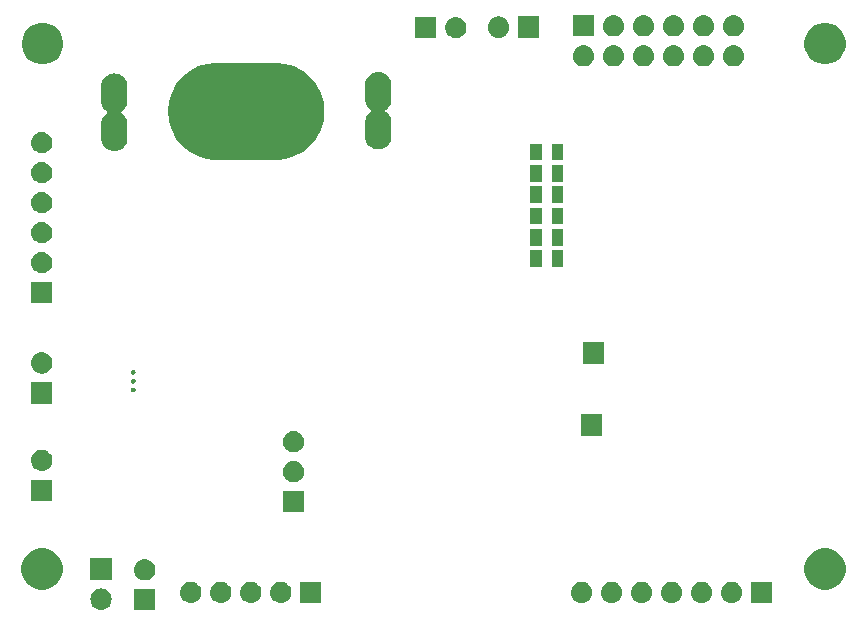
<source format=gbr>
G04 #@! TF.GenerationSoftware,KiCad,Pcbnew,(5.0.1-3-g963ef8bb5)*
G04 #@! TF.CreationDate,2019-05-10T17:55:58-07:00*
G04 #@! TF.ProjectId,ME203_Project,4D453230335F50726F6A6563742E6B69,rev?*
G04 #@! TF.SameCoordinates,Original*
G04 #@! TF.FileFunction,Soldermask,Bot*
G04 #@! TF.FilePolarity,Negative*
%FSLAX46Y46*%
G04 Gerber Fmt 4.6, Leading zero omitted, Abs format (unit mm)*
G04 Created by KiCad (PCBNEW (5.0.1-3-g963ef8bb5)) date Friday, May 10, 2019 at 05:55:58 PM*
%MOMM*%
%LPD*%
G01*
G04 APERTURE LIST*
%ADD10C,0.100000*%
G04 APERTURE END LIST*
D10*
G36*
X87301000Y-87001000D02*
X85499000Y-87001000D01*
X85499000Y-85199000D01*
X87301000Y-85199000D01*
X87301000Y-87001000D01*
X87301000Y-87001000D01*
G37*
G36*
X82810442Y-85145518D02*
X82876627Y-85152037D01*
X82986109Y-85185248D01*
X83046467Y-85203557D01*
X83177082Y-85273373D01*
X83202991Y-85287222D01*
X83238729Y-85316552D01*
X83340186Y-85399814D01*
X83423448Y-85501271D01*
X83452778Y-85537009D01*
X83452779Y-85537011D01*
X83536443Y-85693533D01*
X83536443Y-85693534D01*
X83587963Y-85863373D01*
X83605359Y-86040000D01*
X83587963Y-86216627D01*
X83553616Y-86329853D01*
X83536443Y-86386467D01*
X83462348Y-86525087D01*
X83452778Y-86542991D01*
X83423448Y-86578729D01*
X83340186Y-86680186D01*
X83238729Y-86763448D01*
X83202991Y-86792778D01*
X83202989Y-86792779D01*
X83046467Y-86876443D01*
X82989853Y-86893616D01*
X82876627Y-86927963D01*
X82810442Y-86934482D01*
X82744260Y-86941000D01*
X82655740Y-86941000D01*
X82589558Y-86934482D01*
X82523373Y-86927963D01*
X82410147Y-86893616D01*
X82353533Y-86876443D01*
X82197011Y-86792779D01*
X82197009Y-86792778D01*
X82161271Y-86763448D01*
X82059814Y-86680186D01*
X81976552Y-86578729D01*
X81947222Y-86542991D01*
X81937652Y-86525087D01*
X81863557Y-86386467D01*
X81846384Y-86329853D01*
X81812037Y-86216627D01*
X81794641Y-86040000D01*
X81812037Y-85863373D01*
X81863557Y-85693534D01*
X81863557Y-85693533D01*
X81947221Y-85537011D01*
X81947222Y-85537009D01*
X81976552Y-85501271D01*
X82059814Y-85399814D01*
X82161271Y-85316552D01*
X82197009Y-85287222D01*
X82222918Y-85273373D01*
X82353533Y-85203557D01*
X82413891Y-85185248D01*
X82523373Y-85152037D01*
X82589558Y-85145518D01*
X82655740Y-85139000D01*
X82744260Y-85139000D01*
X82810442Y-85145518D01*
X82810442Y-85145518D01*
G37*
G36*
X139531000Y-86351000D02*
X137729000Y-86351000D01*
X137729000Y-84549000D01*
X139531000Y-84549000D01*
X139531000Y-86351000D01*
X139531000Y-86351000D01*
G37*
G36*
X136200442Y-84555518D02*
X136266627Y-84562037D01*
X136379853Y-84596384D01*
X136436467Y-84613557D01*
X136575087Y-84687652D01*
X136592991Y-84697222D01*
X136628729Y-84726552D01*
X136730186Y-84809814D01*
X136813448Y-84911271D01*
X136842778Y-84947009D01*
X136842779Y-84947011D01*
X136926443Y-85103533D01*
X136941156Y-85152037D01*
X136977963Y-85273373D01*
X136995359Y-85450000D01*
X136977963Y-85626627D01*
X136957667Y-85693533D01*
X136926443Y-85796467D01*
X136890680Y-85863373D01*
X136842778Y-85952991D01*
X136813448Y-85988729D01*
X136730186Y-86090186D01*
X136628729Y-86173448D01*
X136592991Y-86202778D01*
X136592989Y-86202779D01*
X136436467Y-86286443D01*
X136379853Y-86303616D01*
X136266627Y-86337963D01*
X136200443Y-86344481D01*
X136134260Y-86351000D01*
X136045740Y-86351000D01*
X135979557Y-86344481D01*
X135913373Y-86337963D01*
X135800147Y-86303616D01*
X135743533Y-86286443D01*
X135587011Y-86202779D01*
X135587009Y-86202778D01*
X135551271Y-86173448D01*
X135449814Y-86090186D01*
X135366552Y-85988729D01*
X135337222Y-85952991D01*
X135289320Y-85863373D01*
X135253557Y-85796467D01*
X135222333Y-85693533D01*
X135202037Y-85626627D01*
X135184641Y-85450000D01*
X135202037Y-85273373D01*
X135238844Y-85152037D01*
X135253557Y-85103533D01*
X135337221Y-84947011D01*
X135337222Y-84947009D01*
X135366552Y-84911271D01*
X135449814Y-84809814D01*
X135551271Y-84726552D01*
X135587009Y-84697222D01*
X135604913Y-84687652D01*
X135743533Y-84613557D01*
X135800147Y-84596384D01*
X135913373Y-84562037D01*
X135979558Y-84555518D01*
X136045740Y-84549000D01*
X136134260Y-84549000D01*
X136200442Y-84555518D01*
X136200442Y-84555518D01*
G37*
G36*
X133660442Y-84555518D02*
X133726627Y-84562037D01*
X133839853Y-84596384D01*
X133896467Y-84613557D01*
X134035087Y-84687652D01*
X134052991Y-84697222D01*
X134088729Y-84726552D01*
X134190186Y-84809814D01*
X134273448Y-84911271D01*
X134302778Y-84947009D01*
X134302779Y-84947011D01*
X134386443Y-85103533D01*
X134401156Y-85152037D01*
X134437963Y-85273373D01*
X134455359Y-85450000D01*
X134437963Y-85626627D01*
X134417667Y-85693533D01*
X134386443Y-85796467D01*
X134350680Y-85863373D01*
X134302778Y-85952991D01*
X134273448Y-85988729D01*
X134190186Y-86090186D01*
X134088729Y-86173448D01*
X134052991Y-86202778D01*
X134052989Y-86202779D01*
X133896467Y-86286443D01*
X133839853Y-86303616D01*
X133726627Y-86337963D01*
X133660443Y-86344481D01*
X133594260Y-86351000D01*
X133505740Y-86351000D01*
X133439557Y-86344481D01*
X133373373Y-86337963D01*
X133260147Y-86303616D01*
X133203533Y-86286443D01*
X133047011Y-86202779D01*
X133047009Y-86202778D01*
X133011271Y-86173448D01*
X132909814Y-86090186D01*
X132826552Y-85988729D01*
X132797222Y-85952991D01*
X132749320Y-85863373D01*
X132713557Y-85796467D01*
X132682333Y-85693533D01*
X132662037Y-85626627D01*
X132644641Y-85450000D01*
X132662037Y-85273373D01*
X132698844Y-85152037D01*
X132713557Y-85103533D01*
X132797221Y-84947011D01*
X132797222Y-84947009D01*
X132826552Y-84911271D01*
X132909814Y-84809814D01*
X133011271Y-84726552D01*
X133047009Y-84697222D01*
X133064913Y-84687652D01*
X133203533Y-84613557D01*
X133260147Y-84596384D01*
X133373373Y-84562037D01*
X133439558Y-84555518D01*
X133505740Y-84549000D01*
X133594260Y-84549000D01*
X133660442Y-84555518D01*
X133660442Y-84555518D01*
G37*
G36*
X131120442Y-84555518D02*
X131186627Y-84562037D01*
X131299853Y-84596384D01*
X131356467Y-84613557D01*
X131495087Y-84687652D01*
X131512991Y-84697222D01*
X131548729Y-84726552D01*
X131650186Y-84809814D01*
X131733448Y-84911271D01*
X131762778Y-84947009D01*
X131762779Y-84947011D01*
X131846443Y-85103533D01*
X131861156Y-85152037D01*
X131897963Y-85273373D01*
X131915359Y-85450000D01*
X131897963Y-85626627D01*
X131877667Y-85693533D01*
X131846443Y-85796467D01*
X131810680Y-85863373D01*
X131762778Y-85952991D01*
X131733448Y-85988729D01*
X131650186Y-86090186D01*
X131548729Y-86173448D01*
X131512991Y-86202778D01*
X131512989Y-86202779D01*
X131356467Y-86286443D01*
X131299853Y-86303616D01*
X131186627Y-86337963D01*
X131120443Y-86344481D01*
X131054260Y-86351000D01*
X130965740Y-86351000D01*
X130899557Y-86344481D01*
X130833373Y-86337963D01*
X130720147Y-86303616D01*
X130663533Y-86286443D01*
X130507011Y-86202779D01*
X130507009Y-86202778D01*
X130471271Y-86173448D01*
X130369814Y-86090186D01*
X130286552Y-85988729D01*
X130257222Y-85952991D01*
X130209320Y-85863373D01*
X130173557Y-85796467D01*
X130142333Y-85693533D01*
X130122037Y-85626627D01*
X130104641Y-85450000D01*
X130122037Y-85273373D01*
X130158844Y-85152037D01*
X130173557Y-85103533D01*
X130257221Y-84947011D01*
X130257222Y-84947009D01*
X130286552Y-84911271D01*
X130369814Y-84809814D01*
X130471271Y-84726552D01*
X130507009Y-84697222D01*
X130524913Y-84687652D01*
X130663533Y-84613557D01*
X130720147Y-84596384D01*
X130833373Y-84562037D01*
X130899558Y-84555518D01*
X130965740Y-84549000D01*
X131054260Y-84549000D01*
X131120442Y-84555518D01*
X131120442Y-84555518D01*
G37*
G36*
X128580442Y-84555518D02*
X128646627Y-84562037D01*
X128759853Y-84596384D01*
X128816467Y-84613557D01*
X128955087Y-84687652D01*
X128972991Y-84697222D01*
X129008729Y-84726552D01*
X129110186Y-84809814D01*
X129193448Y-84911271D01*
X129222778Y-84947009D01*
X129222779Y-84947011D01*
X129306443Y-85103533D01*
X129321156Y-85152037D01*
X129357963Y-85273373D01*
X129375359Y-85450000D01*
X129357963Y-85626627D01*
X129337667Y-85693533D01*
X129306443Y-85796467D01*
X129270680Y-85863373D01*
X129222778Y-85952991D01*
X129193448Y-85988729D01*
X129110186Y-86090186D01*
X129008729Y-86173448D01*
X128972991Y-86202778D01*
X128972989Y-86202779D01*
X128816467Y-86286443D01*
X128759853Y-86303616D01*
X128646627Y-86337963D01*
X128580443Y-86344481D01*
X128514260Y-86351000D01*
X128425740Y-86351000D01*
X128359557Y-86344481D01*
X128293373Y-86337963D01*
X128180147Y-86303616D01*
X128123533Y-86286443D01*
X127967011Y-86202779D01*
X127967009Y-86202778D01*
X127931271Y-86173448D01*
X127829814Y-86090186D01*
X127746552Y-85988729D01*
X127717222Y-85952991D01*
X127669320Y-85863373D01*
X127633557Y-85796467D01*
X127602333Y-85693533D01*
X127582037Y-85626627D01*
X127564641Y-85450000D01*
X127582037Y-85273373D01*
X127618844Y-85152037D01*
X127633557Y-85103533D01*
X127717221Y-84947011D01*
X127717222Y-84947009D01*
X127746552Y-84911271D01*
X127829814Y-84809814D01*
X127931271Y-84726552D01*
X127967009Y-84697222D01*
X127984913Y-84687652D01*
X128123533Y-84613557D01*
X128180147Y-84596384D01*
X128293373Y-84562037D01*
X128359558Y-84555518D01*
X128425740Y-84549000D01*
X128514260Y-84549000D01*
X128580442Y-84555518D01*
X128580442Y-84555518D01*
G37*
G36*
X126040442Y-84555518D02*
X126106627Y-84562037D01*
X126219853Y-84596384D01*
X126276467Y-84613557D01*
X126415087Y-84687652D01*
X126432991Y-84697222D01*
X126468729Y-84726552D01*
X126570186Y-84809814D01*
X126653448Y-84911271D01*
X126682778Y-84947009D01*
X126682779Y-84947011D01*
X126766443Y-85103533D01*
X126781156Y-85152037D01*
X126817963Y-85273373D01*
X126835359Y-85450000D01*
X126817963Y-85626627D01*
X126797667Y-85693533D01*
X126766443Y-85796467D01*
X126730680Y-85863373D01*
X126682778Y-85952991D01*
X126653448Y-85988729D01*
X126570186Y-86090186D01*
X126468729Y-86173448D01*
X126432991Y-86202778D01*
X126432989Y-86202779D01*
X126276467Y-86286443D01*
X126219853Y-86303616D01*
X126106627Y-86337963D01*
X126040443Y-86344481D01*
X125974260Y-86351000D01*
X125885740Y-86351000D01*
X125819557Y-86344481D01*
X125753373Y-86337963D01*
X125640147Y-86303616D01*
X125583533Y-86286443D01*
X125427011Y-86202779D01*
X125427009Y-86202778D01*
X125391271Y-86173448D01*
X125289814Y-86090186D01*
X125206552Y-85988729D01*
X125177222Y-85952991D01*
X125129320Y-85863373D01*
X125093557Y-85796467D01*
X125062333Y-85693533D01*
X125042037Y-85626627D01*
X125024641Y-85450000D01*
X125042037Y-85273373D01*
X125078844Y-85152037D01*
X125093557Y-85103533D01*
X125177221Y-84947011D01*
X125177222Y-84947009D01*
X125206552Y-84911271D01*
X125289814Y-84809814D01*
X125391271Y-84726552D01*
X125427009Y-84697222D01*
X125444913Y-84687652D01*
X125583533Y-84613557D01*
X125640147Y-84596384D01*
X125753373Y-84562037D01*
X125819558Y-84555518D01*
X125885740Y-84549000D01*
X125974260Y-84549000D01*
X126040442Y-84555518D01*
X126040442Y-84555518D01*
G37*
G36*
X123500442Y-84555518D02*
X123566627Y-84562037D01*
X123679853Y-84596384D01*
X123736467Y-84613557D01*
X123875087Y-84687652D01*
X123892991Y-84697222D01*
X123928729Y-84726552D01*
X124030186Y-84809814D01*
X124113448Y-84911271D01*
X124142778Y-84947009D01*
X124142779Y-84947011D01*
X124226443Y-85103533D01*
X124241156Y-85152037D01*
X124277963Y-85273373D01*
X124295359Y-85450000D01*
X124277963Y-85626627D01*
X124257667Y-85693533D01*
X124226443Y-85796467D01*
X124190680Y-85863373D01*
X124142778Y-85952991D01*
X124113448Y-85988729D01*
X124030186Y-86090186D01*
X123928729Y-86173448D01*
X123892991Y-86202778D01*
X123892989Y-86202779D01*
X123736467Y-86286443D01*
X123679853Y-86303616D01*
X123566627Y-86337963D01*
X123500443Y-86344481D01*
X123434260Y-86351000D01*
X123345740Y-86351000D01*
X123279557Y-86344481D01*
X123213373Y-86337963D01*
X123100147Y-86303616D01*
X123043533Y-86286443D01*
X122887011Y-86202779D01*
X122887009Y-86202778D01*
X122851271Y-86173448D01*
X122749814Y-86090186D01*
X122666552Y-85988729D01*
X122637222Y-85952991D01*
X122589320Y-85863373D01*
X122553557Y-85796467D01*
X122522333Y-85693533D01*
X122502037Y-85626627D01*
X122484641Y-85450000D01*
X122502037Y-85273373D01*
X122538844Y-85152037D01*
X122553557Y-85103533D01*
X122637221Y-84947011D01*
X122637222Y-84947009D01*
X122666552Y-84911271D01*
X122749814Y-84809814D01*
X122851271Y-84726552D01*
X122887009Y-84697222D01*
X122904913Y-84687652D01*
X123043533Y-84613557D01*
X123100147Y-84596384D01*
X123213373Y-84562037D01*
X123279558Y-84555518D01*
X123345740Y-84549000D01*
X123434260Y-84549000D01*
X123500442Y-84555518D01*
X123500442Y-84555518D01*
G37*
G36*
X101351000Y-86351000D02*
X99549000Y-86351000D01*
X99549000Y-84549000D01*
X101351000Y-84549000D01*
X101351000Y-86351000D01*
X101351000Y-86351000D01*
G37*
G36*
X98020442Y-84555518D02*
X98086627Y-84562037D01*
X98199853Y-84596384D01*
X98256467Y-84613557D01*
X98395087Y-84687652D01*
X98412991Y-84697222D01*
X98448729Y-84726552D01*
X98550186Y-84809814D01*
X98633448Y-84911271D01*
X98662778Y-84947009D01*
X98662779Y-84947011D01*
X98746443Y-85103533D01*
X98761156Y-85152037D01*
X98797963Y-85273373D01*
X98815359Y-85450000D01*
X98797963Y-85626627D01*
X98777667Y-85693533D01*
X98746443Y-85796467D01*
X98710680Y-85863373D01*
X98662778Y-85952991D01*
X98633448Y-85988729D01*
X98550186Y-86090186D01*
X98448729Y-86173448D01*
X98412991Y-86202778D01*
X98412989Y-86202779D01*
X98256467Y-86286443D01*
X98199853Y-86303616D01*
X98086627Y-86337963D01*
X98020443Y-86344481D01*
X97954260Y-86351000D01*
X97865740Y-86351000D01*
X97799557Y-86344481D01*
X97733373Y-86337963D01*
X97620147Y-86303616D01*
X97563533Y-86286443D01*
X97407011Y-86202779D01*
X97407009Y-86202778D01*
X97371271Y-86173448D01*
X97269814Y-86090186D01*
X97186552Y-85988729D01*
X97157222Y-85952991D01*
X97109320Y-85863373D01*
X97073557Y-85796467D01*
X97042333Y-85693533D01*
X97022037Y-85626627D01*
X97004641Y-85450000D01*
X97022037Y-85273373D01*
X97058844Y-85152037D01*
X97073557Y-85103533D01*
X97157221Y-84947011D01*
X97157222Y-84947009D01*
X97186552Y-84911271D01*
X97269814Y-84809814D01*
X97371271Y-84726552D01*
X97407009Y-84697222D01*
X97424913Y-84687652D01*
X97563533Y-84613557D01*
X97620147Y-84596384D01*
X97733373Y-84562037D01*
X97799558Y-84555518D01*
X97865740Y-84549000D01*
X97954260Y-84549000D01*
X98020442Y-84555518D01*
X98020442Y-84555518D01*
G37*
G36*
X95480442Y-84555518D02*
X95546627Y-84562037D01*
X95659853Y-84596384D01*
X95716467Y-84613557D01*
X95855087Y-84687652D01*
X95872991Y-84697222D01*
X95908729Y-84726552D01*
X96010186Y-84809814D01*
X96093448Y-84911271D01*
X96122778Y-84947009D01*
X96122779Y-84947011D01*
X96206443Y-85103533D01*
X96221156Y-85152037D01*
X96257963Y-85273373D01*
X96275359Y-85450000D01*
X96257963Y-85626627D01*
X96237667Y-85693533D01*
X96206443Y-85796467D01*
X96170680Y-85863373D01*
X96122778Y-85952991D01*
X96093448Y-85988729D01*
X96010186Y-86090186D01*
X95908729Y-86173448D01*
X95872991Y-86202778D01*
X95872989Y-86202779D01*
X95716467Y-86286443D01*
X95659853Y-86303616D01*
X95546627Y-86337963D01*
X95480443Y-86344481D01*
X95414260Y-86351000D01*
X95325740Y-86351000D01*
X95259557Y-86344481D01*
X95193373Y-86337963D01*
X95080147Y-86303616D01*
X95023533Y-86286443D01*
X94867011Y-86202779D01*
X94867009Y-86202778D01*
X94831271Y-86173448D01*
X94729814Y-86090186D01*
X94646552Y-85988729D01*
X94617222Y-85952991D01*
X94569320Y-85863373D01*
X94533557Y-85796467D01*
X94502333Y-85693533D01*
X94482037Y-85626627D01*
X94464641Y-85450000D01*
X94482037Y-85273373D01*
X94518844Y-85152037D01*
X94533557Y-85103533D01*
X94617221Y-84947011D01*
X94617222Y-84947009D01*
X94646552Y-84911271D01*
X94729814Y-84809814D01*
X94831271Y-84726552D01*
X94867009Y-84697222D01*
X94884913Y-84687652D01*
X95023533Y-84613557D01*
X95080147Y-84596384D01*
X95193373Y-84562037D01*
X95259558Y-84555518D01*
X95325740Y-84549000D01*
X95414260Y-84549000D01*
X95480442Y-84555518D01*
X95480442Y-84555518D01*
G37*
G36*
X92940442Y-84555518D02*
X93006627Y-84562037D01*
X93119853Y-84596384D01*
X93176467Y-84613557D01*
X93315087Y-84687652D01*
X93332991Y-84697222D01*
X93368729Y-84726552D01*
X93470186Y-84809814D01*
X93553448Y-84911271D01*
X93582778Y-84947009D01*
X93582779Y-84947011D01*
X93666443Y-85103533D01*
X93681156Y-85152037D01*
X93717963Y-85273373D01*
X93735359Y-85450000D01*
X93717963Y-85626627D01*
X93697667Y-85693533D01*
X93666443Y-85796467D01*
X93630680Y-85863373D01*
X93582778Y-85952991D01*
X93553448Y-85988729D01*
X93470186Y-86090186D01*
X93368729Y-86173448D01*
X93332991Y-86202778D01*
X93332989Y-86202779D01*
X93176467Y-86286443D01*
X93119853Y-86303616D01*
X93006627Y-86337963D01*
X92940443Y-86344481D01*
X92874260Y-86351000D01*
X92785740Y-86351000D01*
X92719557Y-86344481D01*
X92653373Y-86337963D01*
X92540147Y-86303616D01*
X92483533Y-86286443D01*
X92327011Y-86202779D01*
X92327009Y-86202778D01*
X92291271Y-86173448D01*
X92189814Y-86090186D01*
X92106552Y-85988729D01*
X92077222Y-85952991D01*
X92029320Y-85863373D01*
X91993557Y-85796467D01*
X91962333Y-85693533D01*
X91942037Y-85626627D01*
X91924641Y-85450000D01*
X91942037Y-85273373D01*
X91978844Y-85152037D01*
X91993557Y-85103533D01*
X92077221Y-84947011D01*
X92077222Y-84947009D01*
X92106552Y-84911271D01*
X92189814Y-84809814D01*
X92291271Y-84726552D01*
X92327009Y-84697222D01*
X92344913Y-84687652D01*
X92483533Y-84613557D01*
X92540147Y-84596384D01*
X92653373Y-84562037D01*
X92719558Y-84555518D01*
X92785740Y-84549000D01*
X92874260Y-84549000D01*
X92940442Y-84555518D01*
X92940442Y-84555518D01*
G37*
G36*
X90400442Y-84555518D02*
X90466627Y-84562037D01*
X90579853Y-84596384D01*
X90636467Y-84613557D01*
X90775087Y-84687652D01*
X90792991Y-84697222D01*
X90828729Y-84726552D01*
X90930186Y-84809814D01*
X91013448Y-84911271D01*
X91042778Y-84947009D01*
X91042779Y-84947011D01*
X91126443Y-85103533D01*
X91141156Y-85152037D01*
X91177963Y-85273373D01*
X91195359Y-85450000D01*
X91177963Y-85626627D01*
X91157667Y-85693533D01*
X91126443Y-85796467D01*
X91090680Y-85863373D01*
X91042778Y-85952991D01*
X91013448Y-85988729D01*
X90930186Y-86090186D01*
X90828729Y-86173448D01*
X90792991Y-86202778D01*
X90792989Y-86202779D01*
X90636467Y-86286443D01*
X90579853Y-86303616D01*
X90466627Y-86337963D01*
X90400443Y-86344481D01*
X90334260Y-86351000D01*
X90245740Y-86351000D01*
X90179557Y-86344481D01*
X90113373Y-86337963D01*
X90000147Y-86303616D01*
X89943533Y-86286443D01*
X89787011Y-86202779D01*
X89787009Y-86202778D01*
X89751271Y-86173448D01*
X89649814Y-86090186D01*
X89566552Y-85988729D01*
X89537222Y-85952991D01*
X89489320Y-85863373D01*
X89453557Y-85796467D01*
X89422333Y-85693533D01*
X89402037Y-85626627D01*
X89384641Y-85450000D01*
X89402037Y-85273373D01*
X89438844Y-85152037D01*
X89453557Y-85103533D01*
X89537221Y-84947011D01*
X89537222Y-84947009D01*
X89566552Y-84911271D01*
X89649814Y-84809814D01*
X89751271Y-84726552D01*
X89787009Y-84697222D01*
X89804913Y-84687652D01*
X89943533Y-84613557D01*
X90000147Y-84596384D01*
X90113373Y-84562037D01*
X90179558Y-84555518D01*
X90245740Y-84549000D01*
X90334260Y-84549000D01*
X90400442Y-84555518D01*
X90400442Y-84555518D01*
G37*
G36*
X144511214Y-81814751D02*
X144830166Y-81946865D01*
X145117220Y-82138669D01*
X145361331Y-82382780D01*
X145553135Y-82669834D01*
X145685249Y-82988786D01*
X145752600Y-83327383D01*
X145752600Y-83672617D01*
X145685249Y-84011214D01*
X145553135Y-84330166D01*
X145361331Y-84617220D01*
X145117220Y-84861331D01*
X144830166Y-85053135D01*
X144511214Y-85185249D01*
X144172617Y-85252600D01*
X143827383Y-85252600D01*
X143488786Y-85185249D01*
X143169834Y-85053135D01*
X142882780Y-84861331D01*
X142638669Y-84617220D01*
X142446865Y-84330166D01*
X142314751Y-84011214D01*
X142247400Y-83672617D01*
X142247400Y-83327383D01*
X142314751Y-82988786D01*
X142446865Y-82669834D01*
X142638669Y-82382780D01*
X142882780Y-82138669D01*
X143169834Y-81946865D01*
X143488786Y-81814751D01*
X143827383Y-81747400D01*
X144172617Y-81747400D01*
X144511214Y-81814751D01*
X144511214Y-81814751D01*
G37*
G36*
X78211214Y-81814751D02*
X78530166Y-81946865D01*
X78817220Y-82138669D01*
X79061331Y-82382780D01*
X79253135Y-82669834D01*
X79385249Y-82988786D01*
X79452600Y-83327383D01*
X79452600Y-83672617D01*
X79385249Y-84011214D01*
X79253135Y-84330166D01*
X79061331Y-84617220D01*
X78817220Y-84861331D01*
X78530166Y-85053135D01*
X78211214Y-85185249D01*
X77872617Y-85252600D01*
X77527383Y-85252600D01*
X77188786Y-85185249D01*
X76869834Y-85053135D01*
X76582780Y-84861331D01*
X76338669Y-84617220D01*
X76146865Y-84330166D01*
X76014751Y-84011214D01*
X75947400Y-83672617D01*
X75947400Y-83327383D01*
X76014751Y-82988786D01*
X76146865Y-82669834D01*
X76338669Y-82382780D01*
X76582780Y-82138669D01*
X76869834Y-81946865D01*
X77188786Y-81814751D01*
X77527383Y-81747400D01*
X77872617Y-81747400D01*
X78211214Y-81814751D01*
X78211214Y-81814751D01*
G37*
G36*
X86510442Y-82665518D02*
X86576627Y-82672037D01*
X86689853Y-82706384D01*
X86746467Y-82723557D01*
X86885087Y-82797652D01*
X86902991Y-82807222D01*
X86938729Y-82836552D01*
X87040186Y-82919814D01*
X87123448Y-83021271D01*
X87152778Y-83057009D01*
X87152779Y-83057011D01*
X87236443Y-83213533D01*
X87236443Y-83213534D01*
X87287963Y-83383373D01*
X87305359Y-83560000D01*
X87287963Y-83736627D01*
X87253616Y-83849853D01*
X87236443Y-83906467D01*
X87180454Y-84011214D01*
X87152778Y-84062991D01*
X87123448Y-84098729D01*
X87040186Y-84200186D01*
X86938729Y-84283448D01*
X86902991Y-84312778D01*
X86902989Y-84312779D01*
X86746467Y-84396443D01*
X86731444Y-84401000D01*
X86576627Y-84447963D01*
X86510442Y-84454482D01*
X86444260Y-84461000D01*
X86355740Y-84461000D01*
X86289558Y-84454482D01*
X86223373Y-84447963D01*
X86068556Y-84401000D01*
X86053533Y-84396443D01*
X85897011Y-84312779D01*
X85897009Y-84312778D01*
X85861271Y-84283448D01*
X85759814Y-84200186D01*
X85676552Y-84098729D01*
X85647222Y-84062991D01*
X85619546Y-84011214D01*
X85563557Y-83906467D01*
X85546384Y-83849853D01*
X85512037Y-83736627D01*
X85494641Y-83560000D01*
X85512037Y-83383373D01*
X85563557Y-83213534D01*
X85563557Y-83213533D01*
X85647221Y-83057011D01*
X85647222Y-83057009D01*
X85676552Y-83021271D01*
X85759814Y-82919814D01*
X85861271Y-82836552D01*
X85897009Y-82807222D01*
X85914913Y-82797652D01*
X86053533Y-82723557D01*
X86110147Y-82706384D01*
X86223373Y-82672037D01*
X86289558Y-82665518D01*
X86355740Y-82659000D01*
X86444260Y-82659000D01*
X86510442Y-82665518D01*
X86510442Y-82665518D01*
G37*
G36*
X83601000Y-84401000D02*
X81799000Y-84401000D01*
X81799000Y-82599000D01*
X83601000Y-82599000D01*
X83601000Y-84401000D01*
X83601000Y-84401000D01*
G37*
G36*
X99901000Y-78681000D02*
X98099000Y-78681000D01*
X98099000Y-76879000D01*
X99901000Y-76879000D01*
X99901000Y-78681000D01*
X99901000Y-78681000D01*
G37*
G36*
X78580599Y-77732376D02*
X76778599Y-77732376D01*
X76778599Y-75930376D01*
X78580599Y-75930376D01*
X78580599Y-77732376D01*
X78580599Y-77732376D01*
G37*
G36*
X99110443Y-74345519D02*
X99176627Y-74352037D01*
X99289853Y-74386384D01*
X99346467Y-74403557D01*
X99467031Y-74468001D01*
X99502991Y-74487222D01*
X99538729Y-74516552D01*
X99640186Y-74599814D01*
X99723448Y-74701271D01*
X99752778Y-74737009D01*
X99752779Y-74737011D01*
X99836443Y-74893533D01*
X99836443Y-74893534D01*
X99887963Y-75063373D01*
X99905359Y-75240000D01*
X99887963Y-75416627D01*
X99853616Y-75529853D01*
X99836443Y-75586467D01*
X99762348Y-75725087D01*
X99752778Y-75742991D01*
X99723448Y-75778729D01*
X99640186Y-75880186D01*
X99579028Y-75930376D01*
X99502991Y-75992778D01*
X99502989Y-75992779D01*
X99346467Y-76076443D01*
X99289853Y-76093616D01*
X99176627Y-76127963D01*
X99110443Y-76134481D01*
X99044260Y-76141000D01*
X98955740Y-76141000D01*
X98889557Y-76134481D01*
X98823373Y-76127963D01*
X98710147Y-76093616D01*
X98653533Y-76076443D01*
X98497011Y-75992779D01*
X98497009Y-75992778D01*
X98420972Y-75930376D01*
X98359814Y-75880186D01*
X98276552Y-75778729D01*
X98247222Y-75742991D01*
X98237652Y-75725087D01*
X98163557Y-75586467D01*
X98146384Y-75529853D01*
X98112037Y-75416627D01*
X98094641Y-75240000D01*
X98112037Y-75063373D01*
X98163557Y-74893534D01*
X98163557Y-74893533D01*
X98247221Y-74737011D01*
X98247222Y-74737009D01*
X98276552Y-74701271D01*
X98359814Y-74599814D01*
X98461271Y-74516552D01*
X98497009Y-74487222D01*
X98532969Y-74468001D01*
X98653533Y-74403557D01*
X98710147Y-74386384D01*
X98823373Y-74352037D01*
X98889557Y-74345519D01*
X98955740Y-74339000D01*
X99044260Y-74339000D01*
X99110443Y-74345519D01*
X99110443Y-74345519D01*
G37*
G36*
X77790042Y-73396895D02*
X77856226Y-73403413D01*
X77969452Y-73437760D01*
X78026066Y-73454933D01*
X78164686Y-73529028D01*
X78182590Y-73538598D01*
X78218328Y-73567928D01*
X78319785Y-73651190D01*
X78403047Y-73752647D01*
X78432377Y-73788385D01*
X78432378Y-73788387D01*
X78516042Y-73944909D01*
X78516042Y-73944910D01*
X78567562Y-74114749D01*
X78584958Y-74291376D01*
X78567562Y-74468003D01*
X78533215Y-74581229D01*
X78516042Y-74637843D01*
X78463036Y-74737009D01*
X78432377Y-74794367D01*
X78403047Y-74830105D01*
X78319785Y-74931562D01*
X78218328Y-75014824D01*
X78182590Y-75044154D01*
X78182588Y-75044155D01*
X78026066Y-75127819D01*
X77969452Y-75144992D01*
X77856226Y-75179339D01*
X77790041Y-75185858D01*
X77723859Y-75192376D01*
X77635339Y-75192376D01*
X77569157Y-75185858D01*
X77502972Y-75179339D01*
X77389746Y-75144992D01*
X77333132Y-75127819D01*
X77176610Y-75044155D01*
X77176608Y-75044154D01*
X77140870Y-75014824D01*
X77039413Y-74931562D01*
X76956151Y-74830105D01*
X76926821Y-74794367D01*
X76896162Y-74737009D01*
X76843156Y-74637843D01*
X76825983Y-74581229D01*
X76791636Y-74468003D01*
X76774240Y-74291376D01*
X76791636Y-74114749D01*
X76843156Y-73944910D01*
X76843156Y-73944909D01*
X76926820Y-73788387D01*
X76926821Y-73788385D01*
X76956151Y-73752647D01*
X77039413Y-73651190D01*
X77140870Y-73567928D01*
X77176608Y-73538598D01*
X77194512Y-73529028D01*
X77333132Y-73454933D01*
X77389746Y-73437760D01*
X77502972Y-73403413D01*
X77569156Y-73396895D01*
X77635339Y-73390376D01*
X77723859Y-73390376D01*
X77790042Y-73396895D01*
X77790042Y-73396895D01*
G37*
G36*
X99110442Y-71805518D02*
X99176627Y-71812037D01*
X99289853Y-71846384D01*
X99346467Y-71863557D01*
X99485087Y-71937652D01*
X99502991Y-71947222D01*
X99538729Y-71976552D01*
X99640186Y-72059814D01*
X99723448Y-72161271D01*
X99752778Y-72197009D01*
X99752779Y-72197011D01*
X99836443Y-72353533D01*
X99836443Y-72353534D01*
X99887963Y-72523373D01*
X99905359Y-72700000D01*
X99887963Y-72876627D01*
X99853616Y-72989853D01*
X99836443Y-73046467D01*
X99762348Y-73185087D01*
X99752778Y-73202991D01*
X99723448Y-73238729D01*
X99640186Y-73340186D01*
X99538729Y-73423448D01*
X99502991Y-73452778D01*
X99502989Y-73452779D01*
X99346467Y-73536443D01*
X99289853Y-73553616D01*
X99176627Y-73587963D01*
X99110443Y-73594481D01*
X99044260Y-73601000D01*
X98955740Y-73601000D01*
X98889557Y-73594481D01*
X98823373Y-73587963D01*
X98710147Y-73553616D01*
X98653533Y-73536443D01*
X98497011Y-73452779D01*
X98497009Y-73452778D01*
X98461271Y-73423448D01*
X98359814Y-73340186D01*
X98276552Y-73238729D01*
X98247222Y-73202991D01*
X98237652Y-73185087D01*
X98163557Y-73046467D01*
X98146384Y-72989853D01*
X98112037Y-72876627D01*
X98094641Y-72700000D01*
X98112037Y-72523373D01*
X98163557Y-72353534D01*
X98163557Y-72353533D01*
X98247221Y-72197011D01*
X98247222Y-72197009D01*
X98276552Y-72161271D01*
X98359814Y-72059814D01*
X98461271Y-71976552D01*
X98497009Y-71947222D01*
X98514913Y-71937652D01*
X98653533Y-71863557D01*
X98710147Y-71846384D01*
X98823373Y-71812037D01*
X98889558Y-71805518D01*
X98955740Y-71799000D01*
X99044260Y-71799000D01*
X99110442Y-71805518D01*
X99110442Y-71805518D01*
G37*
G36*
X125101000Y-72201000D02*
X123299000Y-72201000D01*
X123299000Y-70399000D01*
X125101000Y-70399000D01*
X125101000Y-72201000D01*
X125101000Y-72201000D01*
G37*
G36*
X78580599Y-69482376D02*
X76778599Y-69482376D01*
X76778599Y-67680376D01*
X78580599Y-67680376D01*
X78580599Y-69482376D01*
X78580599Y-69482376D01*
G37*
G36*
X85491146Y-68128485D02*
X85529545Y-68144391D01*
X85564105Y-68167483D01*
X85593493Y-68196871D01*
X85616585Y-68231431D01*
X85632491Y-68269830D01*
X85640599Y-68310594D01*
X85640599Y-68352160D01*
X85632491Y-68392924D01*
X85616585Y-68431323D01*
X85593493Y-68465883D01*
X85564105Y-68495271D01*
X85529545Y-68518363D01*
X85491146Y-68534269D01*
X85450382Y-68542377D01*
X85408816Y-68542377D01*
X85368052Y-68534269D01*
X85329653Y-68518363D01*
X85295093Y-68495271D01*
X85265705Y-68465883D01*
X85242613Y-68431323D01*
X85226707Y-68392924D01*
X85218599Y-68352160D01*
X85218599Y-68310594D01*
X85226707Y-68269830D01*
X85242613Y-68231431D01*
X85265705Y-68196871D01*
X85295093Y-68167483D01*
X85329653Y-68144391D01*
X85368052Y-68128485D01*
X85408816Y-68120377D01*
X85450382Y-68120377D01*
X85491146Y-68128485D01*
X85491146Y-68128485D01*
G37*
G36*
X85491146Y-67378485D02*
X85529545Y-67394391D01*
X85564105Y-67417483D01*
X85593493Y-67446871D01*
X85616585Y-67481431D01*
X85632491Y-67519830D01*
X85640599Y-67560594D01*
X85640599Y-67602160D01*
X85632491Y-67642924D01*
X85616585Y-67681323D01*
X85593493Y-67715883D01*
X85564105Y-67745271D01*
X85529545Y-67768363D01*
X85491146Y-67784269D01*
X85450382Y-67792377D01*
X85408816Y-67792377D01*
X85368052Y-67784269D01*
X85329653Y-67768363D01*
X85295093Y-67745271D01*
X85265705Y-67715883D01*
X85242613Y-67681323D01*
X85226707Y-67642924D01*
X85218599Y-67602160D01*
X85218599Y-67560594D01*
X85226707Y-67519830D01*
X85242613Y-67481431D01*
X85265705Y-67446871D01*
X85295093Y-67417483D01*
X85329653Y-67394391D01*
X85368052Y-67378485D01*
X85408816Y-67370377D01*
X85450382Y-67370377D01*
X85491146Y-67378485D01*
X85491146Y-67378485D01*
G37*
G36*
X85491146Y-66628485D02*
X85529545Y-66644391D01*
X85564105Y-66667483D01*
X85593493Y-66696871D01*
X85616585Y-66731431D01*
X85632491Y-66769830D01*
X85640599Y-66810594D01*
X85640599Y-66852160D01*
X85632491Y-66892924D01*
X85616585Y-66931323D01*
X85593493Y-66965883D01*
X85564105Y-66995271D01*
X85529545Y-67018363D01*
X85491146Y-67034269D01*
X85450382Y-67042377D01*
X85408816Y-67042377D01*
X85368052Y-67034269D01*
X85329653Y-67018363D01*
X85295093Y-66995271D01*
X85265705Y-66965883D01*
X85242613Y-66931323D01*
X85226707Y-66892924D01*
X85218599Y-66852160D01*
X85218599Y-66810594D01*
X85226707Y-66769830D01*
X85242613Y-66731431D01*
X85265705Y-66696871D01*
X85295093Y-66667483D01*
X85329653Y-66644391D01*
X85368052Y-66628485D01*
X85408816Y-66620377D01*
X85450382Y-66620377D01*
X85491146Y-66628485D01*
X85491146Y-66628485D01*
G37*
G36*
X77790042Y-65146895D02*
X77856226Y-65153413D01*
X77969452Y-65187760D01*
X78026066Y-65204933D01*
X78164686Y-65279028D01*
X78182590Y-65288598D01*
X78218328Y-65317928D01*
X78319785Y-65401190D01*
X78403047Y-65502647D01*
X78432377Y-65538385D01*
X78432378Y-65538387D01*
X78516042Y-65694909D01*
X78516042Y-65694910D01*
X78567562Y-65864749D01*
X78584958Y-66041376D01*
X78567562Y-66218003D01*
X78533215Y-66331229D01*
X78516042Y-66387843D01*
X78441947Y-66526463D01*
X78432377Y-66544367D01*
X78403047Y-66580105D01*
X78319785Y-66681562D01*
X78218328Y-66764824D01*
X78182590Y-66794154D01*
X78182588Y-66794155D01*
X78026066Y-66877819D01*
X77969452Y-66894992D01*
X77856226Y-66929339D01*
X77790041Y-66935858D01*
X77723859Y-66942376D01*
X77635339Y-66942376D01*
X77569157Y-66935858D01*
X77502972Y-66929339D01*
X77389746Y-66894992D01*
X77333132Y-66877819D01*
X77176610Y-66794155D01*
X77176608Y-66794154D01*
X77140870Y-66764824D01*
X77039413Y-66681562D01*
X76956151Y-66580105D01*
X76926821Y-66544367D01*
X76917251Y-66526463D01*
X76843156Y-66387843D01*
X76825983Y-66331229D01*
X76791636Y-66218003D01*
X76774240Y-66041376D01*
X76791636Y-65864749D01*
X76843156Y-65694910D01*
X76843156Y-65694909D01*
X76926820Y-65538387D01*
X76926821Y-65538385D01*
X76956151Y-65502647D01*
X77039413Y-65401190D01*
X77140870Y-65317928D01*
X77176608Y-65288598D01*
X77194512Y-65279028D01*
X77333132Y-65204933D01*
X77389746Y-65187760D01*
X77502972Y-65153413D01*
X77569156Y-65146895D01*
X77635339Y-65140376D01*
X77723859Y-65140376D01*
X77790042Y-65146895D01*
X77790042Y-65146895D01*
G37*
G36*
X125301000Y-66101000D02*
X123499000Y-66101000D01*
X123499000Y-64299000D01*
X125301000Y-64299000D01*
X125301000Y-66101000D01*
X125301000Y-66101000D01*
G37*
G36*
X78580599Y-60982376D02*
X76778599Y-60982376D01*
X76778599Y-59180376D01*
X78580599Y-59180376D01*
X78580599Y-60982376D01*
X78580599Y-60982376D01*
G37*
G36*
X77790041Y-56646894D02*
X77856226Y-56653413D01*
X77969452Y-56687760D01*
X78026066Y-56704933D01*
X78164686Y-56779028D01*
X78182590Y-56788598D01*
X78218328Y-56817928D01*
X78319785Y-56901190D01*
X78403047Y-57002647D01*
X78432377Y-57038385D01*
X78432378Y-57038387D01*
X78516042Y-57194909D01*
X78516042Y-57194910D01*
X78567562Y-57364749D01*
X78584958Y-57541376D01*
X78567562Y-57718003D01*
X78533215Y-57831229D01*
X78516042Y-57887843D01*
X78441947Y-58026463D01*
X78432377Y-58044367D01*
X78403047Y-58080105D01*
X78319785Y-58181562D01*
X78218328Y-58264824D01*
X78182590Y-58294154D01*
X78182588Y-58294155D01*
X78026066Y-58377819D01*
X77969452Y-58394992D01*
X77856226Y-58429339D01*
X77790042Y-58435857D01*
X77723859Y-58442376D01*
X77635339Y-58442376D01*
X77569156Y-58435857D01*
X77502972Y-58429339D01*
X77389746Y-58394992D01*
X77333132Y-58377819D01*
X77176610Y-58294155D01*
X77176608Y-58294154D01*
X77140870Y-58264824D01*
X77039413Y-58181562D01*
X76956151Y-58080105D01*
X76926821Y-58044367D01*
X76917251Y-58026463D01*
X76843156Y-57887843D01*
X76825983Y-57831229D01*
X76791636Y-57718003D01*
X76774240Y-57541376D01*
X76791636Y-57364749D01*
X76843156Y-57194910D01*
X76843156Y-57194909D01*
X76926820Y-57038387D01*
X76926821Y-57038385D01*
X76956151Y-57002647D01*
X77039413Y-56901190D01*
X77140870Y-56817928D01*
X77176608Y-56788598D01*
X77194512Y-56779028D01*
X77333132Y-56704933D01*
X77389746Y-56687760D01*
X77502972Y-56653413D01*
X77569157Y-56646894D01*
X77635339Y-56640376D01*
X77723859Y-56640376D01*
X77790041Y-56646894D01*
X77790041Y-56646894D01*
G37*
G36*
X120051220Y-57901040D02*
X119050460Y-57901040D01*
X119050460Y-56498960D01*
X120051220Y-56498960D01*
X120051220Y-57901040D01*
X120051220Y-57901040D01*
G37*
G36*
X121849540Y-57901040D02*
X120848780Y-57901040D01*
X120848780Y-56498960D01*
X121849540Y-56498960D01*
X121849540Y-57901040D01*
X121849540Y-57901040D01*
G37*
G36*
X120051220Y-56101040D02*
X119050460Y-56101040D01*
X119050460Y-54698960D01*
X120051220Y-54698960D01*
X120051220Y-56101040D01*
X120051220Y-56101040D01*
G37*
G36*
X121849540Y-56101040D02*
X120848780Y-56101040D01*
X120848780Y-54698960D01*
X121849540Y-54698960D01*
X121849540Y-56101040D01*
X121849540Y-56101040D01*
G37*
G36*
X77790042Y-54106895D02*
X77856226Y-54113413D01*
X77969452Y-54147760D01*
X78026066Y-54164933D01*
X78164686Y-54239028D01*
X78182590Y-54248598D01*
X78218328Y-54277928D01*
X78319785Y-54361190D01*
X78403047Y-54462647D01*
X78432377Y-54498385D01*
X78432378Y-54498387D01*
X78516042Y-54654909D01*
X78516042Y-54654910D01*
X78567562Y-54824749D01*
X78584958Y-55001376D01*
X78567562Y-55178003D01*
X78533215Y-55291229D01*
X78516042Y-55347843D01*
X78441947Y-55486463D01*
X78432377Y-55504367D01*
X78403047Y-55540105D01*
X78319785Y-55641562D01*
X78218328Y-55724824D01*
X78182590Y-55754154D01*
X78182588Y-55754155D01*
X78026066Y-55837819D01*
X77969452Y-55854992D01*
X77856226Y-55889339D01*
X77790042Y-55895857D01*
X77723859Y-55902376D01*
X77635339Y-55902376D01*
X77569156Y-55895857D01*
X77502972Y-55889339D01*
X77389746Y-55854992D01*
X77333132Y-55837819D01*
X77176610Y-55754155D01*
X77176608Y-55754154D01*
X77140870Y-55724824D01*
X77039413Y-55641562D01*
X76956151Y-55540105D01*
X76926821Y-55504367D01*
X76917251Y-55486463D01*
X76843156Y-55347843D01*
X76825983Y-55291229D01*
X76791636Y-55178003D01*
X76774240Y-55001376D01*
X76791636Y-54824749D01*
X76843156Y-54654910D01*
X76843156Y-54654909D01*
X76926820Y-54498387D01*
X76926821Y-54498385D01*
X76956151Y-54462647D01*
X77039413Y-54361190D01*
X77140870Y-54277928D01*
X77176608Y-54248598D01*
X77194512Y-54239028D01*
X77333132Y-54164933D01*
X77389746Y-54147760D01*
X77502972Y-54113413D01*
X77569156Y-54106895D01*
X77635339Y-54100376D01*
X77723859Y-54100376D01*
X77790042Y-54106895D01*
X77790042Y-54106895D01*
G37*
G36*
X121849540Y-54301040D02*
X120848780Y-54301040D01*
X120848780Y-52898960D01*
X121849540Y-52898960D01*
X121849540Y-54301040D01*
X121849540Y-54301040D01*
G37*
G36*
X120051220Y-54301040D02*
X119050460Y-54301040D01*
X119050460Y-52898960D01*
X120051220Y-52898960D01*
X120051220Y-54301040D01*
X120051220Y-54301040D01*
G37*
G36*
X77790041Y-51566894D02*
X77856226Y-51573413D01*
X77969452Y-51607760D01*
X78026066Y-51624933D01*
X78164686Y-51699028D01*
X78182590Y-51708598D01*
X78218328Y-51737928D01*
X78319785Y-51821190D01*
X78403047Y-51922647D01*
X78432377Y-51958385D01*
X78432378Y-51958387D01*
X78516042Y-52114909D01*
X78516042Y-52114910D01*
X78567562Y-52284749D01*
X78584958Y-52461376D01*
X78567562Y-52638003D01*
X78533215Y-52751229D01*
X78516042Y-52807843D01*
X78467338Y-52898960D01*
X78432377Y-52964367D01*
X78403047Y-53000105D01*
X78319785Y-53101562D01*
X78218328Y-53184824D01*
X78182590Y-53214154D01*
X78182588Y-53214155D01*
X78026066Y-53297819D01*
X77969452Y-53314992D01*
X77856226Y-53349339D01*
X77790041Y-53355858D01*
X77723859Y-53362376D01*
X77635339Y-53362376D01*
X77569157Y-53355858D01*
X77502972Y-53349339D01*
X77389746Y-53314992D01*
X77333132Y-53297819D01*
X77176610Y-53214155D01*
X77176608Y-53214154D01*
X77140870Y-53184824D01*
X77039413Y-53101562D01*
X76956151Y-53000105D01*
X76926821Y-52964367D01*
X76891860Y-52898960D01*
X76843156Y-52807843D01*
X76825983Y-52751229D01*
X76791636Y-52638003D01*
X76774240Y-52461376D01*
X76791636Y-52284749D01*
X76843156Y-52114910D01*
X76843156Y-52114909D01*
X76926820Y-51958387D01*
X76926821Y-51958385D01*
X76956151Y-51922647D01*
X77039413Y-51821190D01*
X77140870Y-51737928D01*
X77176608Y-51708598D01*
X77194512Y-51699028D01*
X77333132Y-51624933D01*
X77389746Y-51607760D01*
X77502972Y-51573413D01*
X77569157Y-51566894D01*
X77635339Y-51560376D01*
X77723859Y-51560376D01*
X77790041Y-51566894D01*
X77790041Y-51566894D01*
G37*
G36*
X121849540Y-52501040D02*
X120848780Y-52501040D01*
X120848780Y-51098960D01*
X121849540Y-51098960D01*
X121849540Y-52501040D01*
X121849540Y-52501040D01*
G37*
G36*
X120051220Y-52501040D02*
X119050460Y-52501040D01*
X119050460Y-51098960D01*
X120051220Y-51098960D01*
X120051220Y-52501040D01*
X120051220Y-52501040D01*
G37*
G36*
X77790041Y-49026894D02*
X77856226Y-49033413D01*
X77969452Y-49067760D01*
X78026066Y-49084933D01*
X78164686Y-49159028D01*
X78182590Y-49168598D01*
X78218328Y-49197928D01*
X78319785Y-49281190D01*
X78403047Y-49382647D01*
X78432377Y-49418385D01*
X78432378Y-49418387D01*
X78516042Y-49574909D01*
X78516042Y-49574910D01*
X78567562Y-49744749D01*
X78584958Y-49921376D01*
X78567562Y-50098003D01*
X78533215Y-50211229D01*
X78516042Y-50267843D01*
X78441947Y-50406463D01*
X78432377Y-50424367D01*
X78403047Y-50460105D01*
X78319785Y-50561562D01*
X78218328Y-50644824D01*
X78182590Y-50674154D01*
X78182588Y-50674155D01*
X78026066Y-50757819D01*
X77969452Y-50774992D01*
X77856226Y-50809339D01*
X77790042Y-50815857D01*
X77723859Y-50822376D01*
X77635339Y-50822376D01*
X77569157Y-50815858D01*
X77502972Y-50809339D01*
X77389746Y-50774992D01*
X77333132Y-50757819D01*
X77176610Y-50674155D01*
X77176608Y-50674154D01*
X77140870Y-50644824D01*
X77039413Y-50561562D01*
X76956151Y-50460105D01*
X76926821Y-50424367D01*
X76917251Y-50406463D01*
X76843156Y-50267843D01*
X76825983Y-50211229D01*
X76791636Y-50098003D01*
X76774240Y-49921376D01*
X76791636Y-49744749D01*
X76843156Y-49574910D01*
X76843156Y-49574909D01*
X76926820Y-49418387D01*
X76926821Y-49418385D01*
X76956151Y-49382647D01*
X77039413Y-49281190D01*
X77140870Y-49197928D01*
X77176608Y-49168598D01*
X77194512Y-49159028D01*
X77333132Y-49084933D01*
X77389746Y-49067760D01*
X77502972Y-49033413D01*
X77569157Y-49026894D01*
X77635339Y-49020376D01*
X77723859Y-49020376D01*
X77790041Y-49026894D01*
X77790041Y-49026894D01*
G37*
G36*
X121849540Y-50701040D02*
X120848780Y-50701040D01*
X120848780Y-49298960D01*
X121849540Y-49298960D01*
X121849540Y-50701040D01*
X121849540Y-50701040D01*
G37*
G36*
X120051220Y-50701040D02*
X119050460Y-50701040D01*
X119050460Y-49298960D01*
X120051220Y-49298960D01*
X120051220Y-50701040D01*
X120051220Y-50701040D01*
G37*
G36*
X121849540Y-48901040D02*
X120848780Y-48901040D01*
X120848780Y-47498960D01*
X121849540Y-47498960D01*
X121849540Y-48901040D01*
X121849540Y-48901040D01*
G37*
G36*
X120051220Y-48901040D02*
X119050460Y-48901040D01*
X119050460Y-47498960D01*
X120051220Y-47498960D01*
X120051220Y-48901040D01*
X120051220Y-48901040D01*
G37*
G36*
X98304533Y-40708506D02*
X99077543Y-40942995D01*
X99789953Y-41323786D01*
X100414385Y-41836245D01*
X100926844Y-42460677D01*
X101307635Y-43173087D01*
X101542124Y-43946097D01*
X101621302Y-44750000D01*
X101542124Y-45553903D01*
X101307635Y-46326913D01*
X100926844Y-47039323D01*
X100414385Y-47663755D01*
X99789953Y-48176214D01*
X99077543Y-48557005D01*
X98304533Y-48791494D01*
X97702088Y-48850830D01*
X92297912Y-48850830D01*
X91695467Y-48791494D01*
X90922457Y-48557005D01*
X90210047Y-48176214D01*
X89585615Y-47663755D01*
X89073156Y-47039323D01*
X88692365Y-46326913D01*
X88457876Y-45553903D01*
X88378698Y-44750000D01*
X88457876Y-43946097D01*
X88692365Y-43173087D01*
X89073156Y-42460677D01*
X89585615Y-41836245D01*
X90210047Y-41323786D01*
X90922457Y-40942995D01*
X91695467Y-40708506D01*
X92297912Y-40649170D01*
X97702088Y-40649170D01*
X98304533Y-40708506D01*
X98304533Y-40708506D01*
G37*
G36*
X77790041Y-46486894D02*
X77856226Y-46493413D01*
X77969452Y-46527760D01*
X78026066Y-46544933D01*
X78164686Y-46619028D01*
X78182590Y-46628598D01*
X78218328Y-46657928D01*
X78319785Y-46741190D01*
X78403047Y-46842647D01*
X78432377Y-46878385D01*
X78432378Y-46878387D01*
X78516042Y-47034909D01*
X78525045Y-47064588D01*
X78567562Y-47204749D01*
X78584958Y-47381376D01*
X78567562Y-47558003D01*
X78555911Y-47596410D01*
X78516042Y-47727843D01*
X78441947Y-47866463D01*
X78432377Y-47884367D01*
X78414421Y-47906246D01*
X78319785Y-48021562D01*
X78229681Y-48095507D01*
X78182590Y-48134154D01*
X78182588Y-48134155D01*
X78026066Y-48217819D01*
X77969452Y-48234992D01*
X77856226Y-48269339D01*
X77790041Y-48275858D01*
X77723859Y-48282376D01*
X77635339Y-48282376D01*
X77569157Y-48275858D01*
X77502972Y-48269339D01*
X77389746Y-48234992D01*
X77333132Y-48217819D01*
X77176610Y-48134155D01*
X77176608Y-48134154D01*
X77129517Y-48095507D01*
X77039413Y-48021562D01*
X76944777Y-47906246D01*
X76926821Y-47884367D01*
X76917251Y-47866463D01*
X76843156Y-47727843D01*
X76803287Y-47596410D01*
X76791636Y-47558003D01*
X76774240Y-47381376D01*
X76791636Y-47204749D01*
X76834153Y-47064588D01*
X76843156Y-47034909D01*
X76926820Y-46878387D01*
X76926821Y-46878385D01*
X76956151Y-46842647D01*
X77039413Y-46741190D01*
X77140870Y-46657928D01*
X77176608Y-46628598D01*
X77194512Y-46619028D01*
X77333132Y-46544933D01*
X77389746Y-46527760D01*
X77502972Y-46493413D01*
X77569157Y-46486894D01*
X77635339Y-46480376D01*
X77723859Y-46480376D01*
X77790041Y-46486894D01*
X77790041Y-46486894D01*
G37*
G36*
X84043087Y-41553071D02*
X84198939Y-41600349D01*
X84253759Y-41616978D01*
X84447909Y-41720753D01*
X84618086Y-41860414D01*
X84757747Y-42030590D01*
X84861522Y-42224740D01*
X84878151Y-42279560D01*
X84925429Y-42435412D01*
X84941600Y-42599601D01*
X84941600Y-43852399D01*
X84925429Y-44016588D01*
X84900048Y-44100256D01*
X84861522Y-44227260D01*
X84757747Y-44421410D01*
X84618086Y-44591586D01*
X84465423Y-44716874D01*
X84448096Y-44734201D01*
X84434482Y-44754576D01*
X84425104Y-44777215D01*
X84420324Y-44801248D01*
X84420324Y-44825752D01*
X84425104Y-44849786D01*
X84434482Y-44872425D01*
X84448096Y-44892799D01*
X84465423Y-44910126D01*
X84618086Y-45035414D01*
X84757747Y-45205590D01*
X84861522Y-45399740D01*
X84861523Y-45399744D01*
X84925429Y-45610412D01*
X84941600Y-45774601D01*
X84941600Y-47027399D01*
X84925429Y-47191588D01*
X84900048Y-47275256D01*
X84861522Y-47402260D01*
X84757747Y-47596410D01*
X84618086Y-47766586D01*
X84447909Y-47906247D01*
X84253759Y-48010022D01*
X84198939Y-48026651D01*
X84043087Y-48073929D01*
X83824000Y-48095507D01*
X83604912Y-48073929D01*
X83449060Y-48026651D01*
X83394240Y-48010022D01*
X83200090Y-47906247D01*
X83029914Y-47766586D01*
X82890253Y-47596409D01*
X82786478Y-47402259D01*
X82747952Y-47275255D01*
X82722571Y-47191587D01*
X82706400Y-47027398D01*
X82706400Y-45774601D01*
X82722571Y-45610412D01*
X82761096Y-45483414D01*
X82786477Y-45399743D01*
X82890255Y-45205589D01*
X83029915Y-45035414D01*
X83182578Y-44910126D01*
X83199905Y-44892799D01*
X83213519Y-44872424D01*
X83222897Y-44849785D01*
X83227677Y-44825752D01*
X83227677Y-44801248D01*
X83222897Y-44777214D01*
X83213519Y-44754575D01*
X83199905Y-44734201D01*
X83182578Y-44716874D01*
X83029915Y-44591586D01*
X82890255Y-44421411D01*
X82786477Y-44227257D01*
X82742870Y-44083503D01*
X82722571Y-44016588D01*
X82706400Y-43852399D01*
X82706400Y-42599602D01*
X82722571Y-42435413D01*
X82786477Y-42224745D01*
X82786478Y-42224741D01*
X82890253Y-42030591D01*
X83029914Y-41860414D01*
X83200090Y-41720753D01*
X83394240Y-41616978D01*
X83449060Y-41600349D01*
X83604912Y-41553071D01*
X83824000Y-41531493D01*
X84043087Y-41553071D01*
X84043087Y-41553071D01*
G37*
G36*
X106395087Y-41426071D02*
X106550939Y-41473349D01*
X106605759Y-41489978D01*
X106799909Y-41593753D01*
X106970086Y-41733414D01*
X107109747Y-41903590D01*
X107213522Y-42097740D01*
X107230151Y-42152560D01*
X107277429Y-42308412D01*
X107293600Y-42472601D01*
X107293600Y-43725399D01*
X107277429Y-43889588D01*
X107238904Y-44016586D01*
X107213522Y-44100260D01*
X107109747Y-44294410D01*
X106970086Y-44464586D01*
X106817423Y-44589874D01*
X106800096Y-44607201D01*
X106786482Y-44627576D01*
X106777104Y-44650215D01*
X106772324Y-44674248D01*
X106772324Y-44698752D01*
X106777104Y-44722786D01*
X106786482Y-44745425D01*
X106800096Y-44765799D01*
X106817423Y-44783126D01*
X106970086Y-44908414D01*
X107109747Y-45078590D01*
X107213522Y-45272740D01*
X107213523Y-45272744D01*
X107277429Y-45483412D01*
X107293600Y-45647601D01*
X107293600Y-46900399D01*
X107277429Y-47064588D01*
X107238904Y-47191586D01*
X107213522Y-47275260D01*
X107109747Y-47469410D01*
X106970086Y-47639586D01*
X106799909Y-47779247D01*
X106605759Y-47883022D01*
X106550939Y-47899651D01*
X106395087Y-47946929D01*
X106176000Y-47968507D01*
X105956912Y-47946929D01*
X105801060Y-47899651D01*
X105746240Y-47883022D01*
X105552090Y-47779247D01*
X105381914Y-47639586D01*
X105242253Y-47469409D01*
X105138478Y-47275259D01*
X105113096Y-47191585D01*
X105074571Y-47064587D01*
X105058400Y-46900398D01*
X105058400Y-45647601D01*
X105074571Y-45483412D01*
X105099953Y-45399740D01*
X105138477Y-45272743D01*
X105242255Y-45078589D01*
X105381915Y-44908414D01*
X105534578Y-44783126D01*
X105551905Y-44765799D01*
X105565519Y-44745424D01*
X105574897Y-44722785D01*
X105579677Y-44698752D01*
X105579677Y-44674248D01*
X105574897Y-44650214D01*
X105565519Y-44627575D01*
X105551905Y-44607201D01*
X105534578Y-44589874D01*
X105381915Y-44464586D01*
X105242255Y-44294411D01*
X105138477Y-44100257D01*
X105094870Y-43956503D01*
X105074571Y-43889588D01*
X105058400Y-43725399D01*
X105058400Y-42472602D01*
X105074571Y-42308413D01*
X105138477Y-42097745D01*
X105138478Y-42097741D01*
X105242253Y-41903591D01*
X105381914Y-41733414D01*
X105552090Y-41593753D01*
X105746240Y-41489978D01*
X105801060Y-41473349D01*
X105956912Y-41426071D01*
X106176000Y-41404493D01*
X106395087Y-41426071D01*
X106395087Y-41426071D01*
G37*
G36*
X128740443Y-39145519D02*
X128806627Y-39152037D01*
X128919853Y-39186384D01*
X128976467Y-39203557D01*
X129115087Y-39277652D01*
X129132991Y-39287222D01*
X129168729Y-39316552D01*
X129270186Y-39399814D01*
X129353448Y-39501271D01*
X129382778Y-39537009D01*
X129382779Y-39537011D01*
X129466443Y-39693533D01*
X129466443Y-39693534D01*
X129517963Y-39863373D01*
X129535359Y-40040000D01*
X129517963Y-40216627D01*
X129483616Y-40329853D01*
X129466443Y-40386467D01*
X129392348Y-40525087D01*
X129382778Y-40542991D01*
X129374453Y-40553135D01*
X129270186Y-40680186D01*
X129181948Y-40752600D01*
X129132991Y-40792778D01*
X129132989Y-40792779D01*
X128976467Y-40876443D01*
X128919853Y-40893616D01*
X128806627Y-40927963D01*
X128740443Y-40934481D01*
X128674260Y-40941000D01*
X128585740Y-40941000D01*
X128519557Y-40934481D01*
X128453373Y-40927963D01*
X128340147Y-40893616D01*
X128283533Y-40876443D01*
X128127011Y-40792779D01*
X128127009Y-40792778D01*
X128078052Y-40752600D01*
X127989814Y-40680186D01*
X127885547Y-40553135D01*
X127877222Y-40542991D01*
X127867652Y-40525087D01*
X127793557Y-40386467D01*
X127776384Y-40329853D01*
X127742037Y-40216627D01*
X127724641Y-40040000D01*
X127742037Y-39863373D01*
X127793557Y-39693534D01*
X127793557Y-39693533D01*
X127877221Y-39537011D01*
X127877222Y-39537009D01*
X127906552Y-39501271D01*
X127989814Y-39399814D01*
X128091271Y-39316552D01*
X128127009Y-39287222D01*
X128144913Y-39277652D01*
X128283533Y-39203557D01*
X128340147Y-39186384D01*
X128453373Y-39152037D01*
X128519557Y-39145519D01*
X128585740Y-39139000D01*
X128674260Y-39139000D01*
X128740443Y-39145519D01*
X128740443Y-39145519D01*
G37*
G36*
X136360443Y-39145519D02*
X136426627Y-39152037D01*
X136539853Y-39186384D01*
X136596467Y-39203557D01*
X136735087Y-39277652D01*
X136752991Y-39287222D01*
X136788729Y-39316552D01*
X136890186Y-39399814D01*
X136973448Y-39501271D01*
X137002778Y-39537009D01*
X137002779Y-39537011D01*
X137086443Y-39693533D01*
X137086443Y-39693534D01*
X137137963Y-39863373D01*
X137155359Y-40040000D01*
X137137963Y-40216627D01*
X137103616Y-40329853D01*
X137086443Y-40386467D01*
X137012348Y-40525087D01*
X137002778Y-40542991D01*
X136994453Y-40553135D01*
X136890186Y-40680186D01*
X136801948Y-40752600D01*
X136752991Y-40792778D01*
X136752989Y-40792779D01*
X136596467Y-40876443D01*
X136539853Y-40893616D01*
X136426627Y-40927963D01*
X136360443Y-40934481D01*
X136294260Y-40941000D01*
X136205740Y-40941000D01*
X136139557Y-40934481D01*
X136073373Y-40927963D01*
X135960147Y-40893616D01*
X135903533Y-40876443D01*
X135747011Y-40792779D01*
X135747009Y-40792778D01*
X135698052Y-40752600D01*
X135609814Y-40680186D01*
X135505547Y-40553135D01*
X135497222Y-40542991D01*
X135487652Y-40525087D01*
X135413557Y-40386467D01*
X135396384Y-40329853D01*
X135362037Y-40216627D01*
X135344641Y-40040000D01*
X135362037Y-39863373D01*
X135413557Y-39693534D01*
X135413557Y-39693533D01*
X135497221Y-39537011D01*
X135497222Y-39537009D01*
X135526552Y-39501271D01*
X135609814Y-39399814D01*
X135711271Y-39316552D01*
X135747009Y-39287222D01*
X135764913Y-39277652D01*
X135903533Y-39203557D01*
X135960147Y-39186384D01*
X136073373Y-39152037D01*
X136139557Y-39145519D01*
X136205740Y-39139000D01*
X136294260Y-39139000D01*
X136360443Y-39145519D01*
X136360443Y-39145519D01*
G37*
G36*
X133820443Y-39145519D02*
X133886627Y-39152037D01*
X133999853Y-39186384D01*
X134056467Y-39203557D01*
X134195087Y-39277652D01*
X134212991Y-39287222D01*
X134248729Y-39316552D01*
X134350186Y-39399814D01*
X134433448Y-39501271D01*
X134462778Y-39537009D01*
X134462779Y-39537011D01*
X134546443Y-39693533D01*
X134546443Y-39693534D01*
X134597963Y-39863373D01*
X134615359Y-40040000D01*
X134597963Y-40216627D01*
X134563616Y-40329853D01*
X134546443Y-40386467D01*
X134472348Y-40525087D01*
X134462778Y-40542991D01*
X134454453Y-40553135D01*
X134350186Y-40680186D01*
X134261948Y-40752600D01*
X134212991Y-40792778D01*
X134212989Y-40792779D01*
X134056467Y-40876443D01*
X133999853Y-40893616D01*
X133886627Y-40927963D01*
X133820443Y-40934481D01*
X133754260Y-40941000D01*
X133665740Y-40941000D01*
X133599557Y-40934481D01*
X133533373Y-40927963D01*
X133420147Y-40893616D01*
X133363533Y-40876443D01*
X133207011Y-40792779D01*
X133207009Y-40792778D01*
X133158052Y-40752600D01*
X133069814Y-40680186D01*
X132965547Y-40553135D01*
X132957222Y-40542991D01*
X132947652Y-40525087D01*
X132873557Y-40386467D01*
X132856384Y-40329853D01*
X132822037Y-40216627D01*
X132804641Y-40040000D01*
X132822037Y-39863373D01*
X132873557Y-39693534D01*
X132873557Y-39693533D01*
X132957221Y-39537011D01*
X132957222Y-39537009D01*
X132986552Y-39501271D01*
X133069814Y-39399814D01*
X133171271Y-39316552D01*
X133207009Y-39287222D01*
X133224913Y-39277652D01*
X133363533Y-39203557D01*
X133420147Y-39186384D01*
X133533373Y-39152037D01*
X133599557Y-39145519D01*
X133665740Y-39139000D01*
X133754260Y-39139000D01*
X133820443Y-39145519D01*
X133820443Y-39145519D01*
G37*
G36*
X123660443Y-39145519D02*
X123726627Y-39152037D01*
X123839853Y-39186384D01*
X123896467Y-39203557D01*
X124035087Y-39277652D01*
X124052991Y-39287222D01*
X124088729Y-39316552D01*
X124190186Y-39399814D01*
X124273448Y-39501271D01*
X124302778Y-39537009D01*
X124302779Y-39537011D01*
X124386443Y-39693533D01*
X124386443Y-39693534D01*
X124437963Y-39863373D01*
X124455359Y-40040000D01*
X124437963Y-40216627D01*
X124403616Y-40329853D01*
X124386443Y-40386467D01*
X124312348Y-40525087D01*
X124302778Y-40542991D01*
X124294453Y-40553135D01*
X124190186Y-40680186D01*
X124101948Y-40752600D01*
X124052991Y-40792778D01*
X124052989Y-40792779D01*
X123896467Y-40876443D01*
X123839853Y-40893616D01*
X123726627Y-40927963D01*
X123660443Y-40934481D01*
X123594260Y-40941000D01*
X123505740Y-40941000D01*
X123439557Y-40934481D01*
X123373373Y-40927963D01*
X123260147Y-40893616D01*
X123203533Y-40876443D01*
X123047011Y-40792779D01*
X123047009Y-40792778D01*
X122998052Y-40752600D01*
X122909814Y-40680186D01*
X122805547Y-40553135D01*
X122797222Y-40542991D01*
X122787652Y-40525087D01*
X122713557Y-40386467D01*
X122696384Y-40329853D01*
X122662037Y-40216627D01*
X122644641Y-40040000D01*
X122662037Y-39863373D01*
X122713557Y-39693534D01*
X122713557Y-39693533D01*
X122797221Y-39537011D01*
X122797222Y-39537009D01*
X122826552Y-39501271D01*
X122909814Y-39399814D01*
X123011271Y-39316552D01*
X123047009Y-39287222D01*
X123064913Y-39277652D01*
X123203533Y-39203557D01*
X123260147Y-39186384D01*
X123373373Y-39152037D01*
X123439557Y-39145519D01*
X123505740Y-39139000D01*
X123594260Y-39139000D01*
X123660443Y-39145519D01*
X123660443Y-39145519D01*
G37*
G36*
X126200443Y-39145519D02*
X126266627Y-39152037D01*
X126379853Y-39186384D01*
X126436467Y-39203557D01*
X126575087Y-39277652D01*
X126592991Y-39287222D01*
X126628729Y-39316552D01*
X126730186Y-39399814D01*
X126813448Y-39501271D01*
X126842778Y-39537009D01*
X126842779Y-39537011D01*
X126926443Y-39693533D01*
X126926443Y-39693534D01*
X126977963Y-39863373D01*
X126995359Y-40040000D01*
X126977963Y-40216627D01*
X126943616Y-40329853D01*
X126926443Y-40386467D01*
X126852348Y-40525087D01*
X126842778Y-40542991D01*
X126834453Y-40553135D01*
X126730186Y-40680186D01*
X126641948Y-40752600D01*
X126592991Y-40792778D01*
X126592989Y-40792779D01*
X126436467Y-40876443D01*
X126379853Y-40893616D01*
X126266627Y-40927963D01*
X126200443Y-40934481D01*
X126134260Y-40941000D01*
X126045740Y-40941000D01*
X125979557Y-40934481D01*
X125913373Y-40927963D01*
X125800147Y-40893616D01*
X125743533Y-40876443D01*
X125587011Y-40792779D01*
X125587009Y-40792778D01*
X125538052Y-40752600D01*
X125449814Y-40680186D01*
X125345547Y-40553135D01*
X125337222Y-40542991D01*
X125327652Y-40525087D01*
X125253557Y-40386467D01*
X125236384Y-40329853D01*
X125202037Y-40216627D01*
X125184641Y-40040000D01*
X125202037Y-39863373D01*
X125253557Y-39693534D01*
X125253557Y-39693533D01*
X125337221Y-39537011D01*
X125337222Y-39537009D01*
X125366552Y-39501271D01*
X125449814Y-39399814D01*
X125551271Y-39316552D01*
X125587009Y-39287222D01*
X125604913Y-39277652D01*
X125743533Y-39203557D01*
X125800147Y-39186384D01*
X125913373Y-39152037D01*
X125979557Y-39145519D01*
X126045740Y-39139000D01*
X126134260Y-39139000D01*
X126200443Y-39145519D01*
X126200443Y-39145519D01*
G37*
G36*
X131280443Y-39145519D02*
X131346627Y-39152037D01*
X131459853Y-39186384D01*
X131516467Y-39203557D01*
X131655087Y-39277652D01*
X131672991Y-39287222D01*
X131708729Y-39316552D01*
X131810186Y-39399814D01*
X131893448Y-39501271D01*
X131922778Y-39537009D01*
X131922779Y-39537011D01*
X132006443Y-39693533D01*
X132006443Y-39693534D01*
X132057963Y-39863373D01*
X132075359Y-40040000D01*
X132057963Y-40216627D01*
X132023616Y-40329853D01*
X132006443Y-40386467D01*
X131932348Y-40525087D01*
X131922778Y-40542991D01*
X131914453Y-40553135D01*
X131810186Y-40680186D01*
X131721948Y-40752600D01*
X131672991Y-40792778D01*
X131672989Y-40792779D01*
X131516467Y-40876443D01*
X131459853Y-40893616D01*
X131346627Y-40927963D01*
X131280443Y-40934481D01*
X131214260Y-40941000D01*
X131125740Y-40941000D01*
X131059557Y-40934481D01*
X130993373Y-40927963D01*
X130880147Y-40893616D01*
X130823533Y-40876443D01*
X130667011Y-40792779D01*
X130667009Y-40792778D01*
X130618052Y-40752600D01*
X130529814Y-40680186D01*
X130425547Y-40553135D01*
X130417222Y-40542991D01*
X130407652Y-40525087D01*
X130333557Y-40386467D01*
X130316384Y-40329853D01*
X130282037Y-40216627D01*
X130264641Y-40040000D01*
X130282037Y-39863373D01*
X130333557Y-39693534D01*
X130333557Y-39693533D01*
X130417221Y-39537011D01*
X130417222Y-39537009D01*
X130446552Y-39501271D01*
X130529814Y-39399814D01*
X130631271Y-39316552D01*
X130667009Y-39287222D01*
X130684913Y-39277652D01*
X130823533Y-39203557D01*
X130880147Y-39186384D01*
X130993373Y-39152037D01*
X131059557Y-39145519D01*
X131125740Y-39139000D01*
X131214260Y-39139000D01*
X131280443Y-39145519D01*
X131280443Y-39145519D01*
G37*
G36*
X78261214Y-37314751D02*
X78580166Y-37446865D01*
X78867220Y-37638669D01*
X79111331Y-37882780D01*
X79303135Y-38169834D01*
X79435249Y-38488786D01*
X79502600Y-38827383D01*
X79502600Y-39172617D01*
X79435249Y-39511214D01*
X79303135Y-39830166D01*
X79111331Y-40117220D01*
X78867220Y-40361331D01*
X78580166Y-40553135D01*
X78261214Y-40685249D01*
X77922617Y-40752600D01*
X77577383Y-40752600D01*
X77238786Y-40685249D01*
X76919834Y-40553135D01*
X76632780Y-40361331D01*
X76388669Y-40117220D01*
X76196865Y-39830166D01*
X76064751Y-39511214D01*
X75997400Y-39172617D01*
X75997400Y-38827383D01*
X76064751Y-38488786D01*
X76196865Y-38169834D01*
X76388669Y-37882780D01*
X76632780Y-37638669D01*
X76919834Y-37446865D01*
X77238786Y-37314751D01*
X77577383Y-37247400D01*
X77922617Y-37247400D01*
X78261214Y-37314751D01*
X78261214Y-37314751D01*
G37*
G36*
X144511214Y-37314751D02*
X144830166Y-37446865D01*
X145117220Y-37638669D01*
X145361331Y-37882780D01*
X145553135Y-38169834D01*
X145685249Y-38488786D01*
X145752600Y-38827383D01*
X145752600Y-39172617D01*
X145685249Y-39511214D01*
X145553135Y-39830166D01*
X145361331Y-40117220D01*
X145117220Y-40361331D01*
X144830166Y-40553135D01*
X144511214Y-40685249D01*
X144172617Y-40752600D01*
X143827383Y-40752600D01*
X143488786Y-40685249D01*
X143169834Y-40553135D01*
X142882780Y-40361331D01*
X142638669Y-40117220D01*
X142446865Y-39830166D01*
X142314751Y-39511214D01*
X142247400Y-39172617D01*
X142247400Y-38827383D01*
X142314751Y-38488786D01*
X142446865Y-38169834D01*
X142638669Y-37882780D01*
X142882780Y-37638669D01*
X143169834Y-37446865D01*
X143488786Y-37314751D01*
X143827383Y-37247400D01*
X144172617Y-37247400D01*
X144511214Y-37314751D01*
X144511214Y-37314751D01*
G37*
G36*
X112850443Y-36755519D02*
X112916627Y-36762037D01*
X113029853Y-36796384D01*
X113086467Y-36813557D01*
X113173006Y-36859814D01*
X113242991Y-36897222D01*
X113278729Y-36926552D01*
X113380186Y-37009814D01*
X113463448Y-37111271D01*
X113492778Y-37147009D01*
X113492779Y-37147011D01*
X113576443Y-37303533D01*
X113576443Y-37303534D01*
X113627963Y-37473373D01*
X113645359Y-37650000D01*
X113627963Y-37826627D01*
X113610929Y-37882780D01*
X113576443Y-37996467D01*
X113519505Y-38102989D01*
X113492778Y-38152991D01*
X113478956Y-38169833D01*
X113380186Y-38290186D01*
X113303916Y-38352778D01*
X113242991Y-38402778D01*
X113242989Y-38402779D01*
X113086467Y-38486443D01*
X113038478Y-38501000D01*
X112916627Y-38537963D01*
X112850443Y-38544481D01*
X112784260Y-38551000D01*
X112695740Y-38551000D01*
X112629557Y-38544481D01*
X112563373Y-38537963D01*
X112441522Y-38501000D01*
X112393533Y-38486443D01*
X112237011Y-38402779D01*
X112237009Y-38402778D01*
X112176084Y-38352778D01*
X112099814Y-38290186D01*
X112001044Y-38169833D01*
X111987222Y-38152991D01*
X111960495Y-38102989D01*
X111903557Y-37996467D01*
X111869071Y-37882780D01*
X111852037Y-37826627D01*
X111834641Y-37650000D01*
X111852037Y-37473373D01*
X111903557Y-37303534D01*
X111903557Y-37303533D01*
X111987221Y-37147011D01*
X111987222Y-37147009D01*
X112016552Y-37111271D01*
X112099814Y-37009814D01*
X112201271Y-36926552D01*
X112237009Y-36897222D01*
X112306994Y-36859814D01*
X112393533Y-36813557D01*
X112450147Y-36796384D01*
X112563373Y-36762037D01*
X112629557Y-36755519D01*
X112695740Y-36749000D01*
X112784260Y-36749000D01*
X112850443Y-36755519D01*
X112850443Y-36755519D01*
G37*
G36*
X111101000Y-38551000D02*
X109299000Y-38551000D01*
X109299000Y-36749000D01*
X111101000Y-36749000D01*
X111101000Y-38551000D01*
X111101000Y-38551000D01*
G37*
G36*
X116470443Y-36705519D02*
X116536627Y-36712037D01*
X116649853Y-36746384D01*
X116706467Y-36763557D01*
X116800009Y-36813557D01*
X116862991Y-36847222D01*
X116898729Y-36876552D01*
X117000186Y-36959814D01*
X117083448Y-37061271D01*
X117112778Y-37097009D01*
X117112779Y-37097011D01*
X117196443Y-37253533D01*
X117196443Y-37253534D01*
X117247963Y-37423373D01*
X117265359Y-37600000D01*
X117247963Y-37776627D01*
X117226777Y-37846467D01*
X117196443Y-37946467D01*
X117169717Y-37996467D01*
X117112778Y-38102991D01*
X117083448Y-38138729D01*
X117000186Y-38240186D01*
X116898729Y-38323448D01*
X116862991Y-38352778D01*
X116862989Y-38352779D01*
X116706467Y-38436443D01*
X116649853Y-38453616D01*
X116536627Y-38487963D01*
X116470442Y-38494482D01*
X116404260Y-38501000D01*
X116315740Y-38501000D01*
X116249558Y-38494482D01*
X116183373Y-38487963D01*
X116070147Y-38453616D01*
X116013533Y-38436443D01*
X115857011Y-38352779D01*
X115857009Y-38352778D01*
X115821271Y-38323448D01*
X115719814Y-38240186D01*
X115636552Y-38138729D01*
X115607222Y-38102991D01*
X115550283Y-37996467D01*
X115523557Y-37946467D01*
X115493223Y-37846467D01*
X115472037Y-37776627D01*
X115454641Y-37600000D01*
X115472037Y-37423373D01*
X115523557Y-37253534D01*
X115523557Y-37253533D01*
X115607221Y-37097011D01*
X115607222Y-37097009D01*
X115636552Y-37061271D01*
X115719814Y-36959814D01*
X115821271Y-36876552D01*
X115857009Y-36847222D01*
X115919991Y-36813557D01*
X116013533Y-36763557D01*
X116070147Y-36746384D01*
X116183373Y-36712037D01*
X116249557Y-36705519D01*
X116315740Y-36699000D01*
X116404260Y-36699000D01*
X116470443Y-36705519D01*
X116470443Y-36705519D01*
G37*
G36*
X119801000Y-38501000D02*
X117999000Y-38501000D01*
X117999000Y-36699000D01*
X119801000Y-36699000D01*
X119801000Y-38501000D01*
X119801000Y-38501000D01*
G37*
G36*
X124451000Y-38401000D02*
X122649000Y-38401000D01*
X122649000Y-36599000D01*
X124451000Y-36599000D01*
X124451000Y-38401000D01*
X124451000Y-38401000D01*
G37*
G36*
X126200442Y-36605518D02*
X126266627Y-36612037D01*
X126379853Y-36646384D01*
X126436467Y-36663557D01*
X126502775Y-36699000D01*
X126592991Y-36747222D01*
X126595157Y-36749000D01*
X126730186Y-36859814D01*
X126812253Y-36959814D01*
X126842778Y-36997009D01*
X126842779Y-36997011D01*
X126926443Y-37153533D01*
X126926443Y-37153534D01*
X126977963Y-37323373D01*
X126995359Y-37500000D01*
X126977963Y-37676627D01*
X126947629Y-37776625D01*
X126926443Y-37846467D01*
X126872991Y-37946467D01*
X126842778Y-38002991D01*
X126813448Y-38038729D01*
X126730186Y-38140186D01*
X126628729Y-38223448D01*
X126592991Y-38252778D01*
X126592989Y-38252779D01*
X126436467Y-38336443D01*
X126382617Y-38352778D01*
X126266627Y-38387963D01*
X126200443Y-38394481D01*
X126134260Y-38401000D01*
X126045740Y-38401000D01*
X125979557Y-38394481D01*
X125913373Y-38387963D01*
X125797383Y-38352778D01*
X125743533Y-38336443D01*
X125587011Y-38252779D01*
X125587009Y-38252778D01*
X125551271Y-38223448D01*
X125449814Y-38140186D01*
X125366552Y-38038729D01*
X125337222Y-38002991D01*
X125307009Y-37946467D01*
X125253557Y-37846467D01*
X125232371Y-37776625D01*
X125202037Y-37676627D01*
X125184641Y-37500000D01*
X125202037Y-37323373D01*
X125253557Y-37153534D01*
X125253557Y-37153533D01*
X125337221Y-36997011D01*
X125337222Y-36997009D01*
X125367747Y-36959814D01*
X125449814Y-36859814D01*
X125584843Y-36749000D01*
X125587009Y-36747222D01*
X125677225Y-36699000D01*
X125743533Y-36663557D01*
X125800147Y-36646384D01*
X125913373Y-36612037D01*
X125979558Y-36605518D01*
X126045740Y-36599000D01*
X126134260Y-36599000D01*
X126200442Y-36605518D01*
X126200442Y-36605518D01*
G37*
G36*
X128740442Y-36605518D02*
X128806627Y-36612037D01*
X128919853Y-36646384D01*
X128976467Y-36663557D01*
X129042775Y-36699000D01*
X129132991Y-36747222D01*
X129135157Y-36749000D01*
X129270186Y-36859814D01*
X129352253Y-36959814D01*
X129382778Y-36997009D01*
X129382779Y-36997011D01*
X129466443Y-37153533D01*
X129466443Y-37153534D01*
X129517963Y-37323373D01*
X129535359Y-37500000D01*
X129517963Y-37676627D01*
X129487629Y-37776625D01*
X129466443Y-37846467D01*
X129412991Y-37946467D01*
X129382778Y-38002991D01*
X129353448Y-38038729D01*
X129270186Y-38140186D01*
X129168729Y-38223448D01*
X129132991Y-38252778D01*
X129132989Y-38252779D01*
X128976467Y-38336443D01*
X128922617Y-38352778D01*
X128806627Y-38387963D01*
X128740443Y-38394481D01*
X128674260Y-38401000D01*
X128585740Y-38401000D01*
X128519557Y-38394481D01*
X128453373Y-38387963D01*
X128337383Y-38352778D01*
X128283533Y-38336443D01*
X128127011Y-38252779D01*
X128127009Y-38252778D01*
X128091271Y-38223448D01*
X127989814Y-38140186D01*
X127906552Y-38038729D01*
X127877222Y-38002991D01*
X127847009Y-37946467D01*
X127793557Y-37846467D01*
X127772371Y-37776625D01*
X127742037Y-37676627D01*
X127724641Y-37500000D01*
X127742037Y-37323373D01*
X127793557Y-37153534D01*
X127793557Y-37153533D01*
X127877221Y-36997011D01*
X127877222Y-36997009D01*
X127907747Y-36959814D01*
X127989814Y-36859814D01*
X128124843Y-36749000D01*
X128127009Y-36747222D01*
X128217225Y-36699000D01*
X128283533Y-36663557D01*
X128340147Y-36646384D01*
X128453373Y-36612037D01*
X128519558Y-36605518D01*
X128585740Y-36599000D01*
X128674260Y-36599000D01*
X128740442Y-36605518D01*
X128740442Y-36605518D01*
G37*
G36*
X131280442Y-36605518D02*
X131346627Y-36612037D01*
X131459853Y-36646384D01*
X131516467Y-36663557D01*
X131582775Y-36699000D01*
X131672991Y-36747222D01*
X131675157Y-36749000D01*
X131810186Y-36859814D01*
X131892253Y-36959814D01*
X131922778Y-36997009D01*
X131922779Y-36997011D01*
X132006443Y-37153533D01*
X132006443Y-37153534D01*
X132057963Y-37323373D01*
X132075359Y-37500000D01*
X132057963Y-37676627D01*
X132027629Y-37776625D01*
X132006443Y-37846467D01*
X131952991Y-37946467D01*
X131922778Y-38002991D01*
X131893448Y-38038729D01*
X131810186Y-38140186D01*
X131708729Y-38223448D01*
X131672991Y-38252778D01*
X131672989Y-38252779D01*
X131516467Y-38336443D01*
X131462617Y-38352778D01*
X131346627Y-38387963D01*
X131280443Y-38394481D01*
X131214260Y-38401000D01*
X131125740Y-38401000D01*
X131059557Y-38394481D01*
X130993373Y-38387963D01*
X130877383Y-38352778D01*
X130823533Y-38336443D01*
X130667011Y-38252779D01*
X130667009Y-38252778D01*
X130631271Y-38223448D01*
X130529814Y-38140186D01*
X130446552Y-38038729D01*
X130417222Y-38002991D01*
X130387009Y-37946467D01*
X130333557Y-37846467D01*
X130312371Y-37776625D01*
X130282037Y-37676627D01*
X130264641Y-37500000D01*
X130282037Y-37323373D01*
X130333557Y-37153534D01*
X130333557Y-37153533D01*
X130417221Y-36997011D01*
X130417222Y-36997009D01*
X130447747Y-36959814D01*
X130529814Y-36859814D01*
X130664843Y-36749000D01*
X130667009Y-36747222D01*
X130757225Y-36699000D01*
X130823533Y-36663557D01*
X130880147Y-36646384D01*
X130993373Y-36612037D01*
X131059558Y-36605518D01*
X131125740Y-36599000D01*
X131214260Y-36599000D01*
X131280442Y-36605518D01*
X131280442Y-36605518D01*
G37*
G36*
X133820442Y-36605518D02*
X133886627Y-36612037D01*
X133999853Y-36646384D01*
X134056467Y-36663557D01*
X134122775Y-36699000D01*
X134212991Y-36747222D01*
X134215157Y-36749000D01*
X134350186Y-36859814D01*
X134432253Y-36959814D01*
X134462778Y-36997009D01*
X134462779Y-36997011D01*
X134546443Y-37153533D01*
X134546443Y-37153534D01*
X134597963Y-37323373D01*
X134615359Y-37500000D01*
X134597963Y-37676627D01*
X134567629Y-37776625D01*
X134546443Y-37846467D01*
X134492991Y-37946467D01*
X134462778Y-38002991D01*
X134433448Y-38038729D01*
X134350186Y-38140186D01*
X134248729Y-38223448D01*
X134212991Y-38252778D01*
X134212989Y-38252779D01*
X134056467Y-38336443D01*
X134002617Y-38352778D01*
X133886627Y-38387963D01*
X133820443Y-38394481D01*
X133754260Y-38401000D01*
X133665740Y-38401000D01*
X133599557Y-38394481D01*
X133533373Y-38387963D01*
X133417383Y-38352778D01*
X133363533Y-38336443D01*
X133207011Y-38252779D01*
X133207009Y-38252778D01*
X133171271Y-38223448D01*
X133069814Y-38140186D01*
X132986552Y-38038729D01*
X132957222Y-38002991D01*
X132927009Y-37946467D01*
X132873557Y-37846467D01*
X132852371Y-37776625D01*
X132822037Y-37676627D01*
X132804641Y-37500000D01*
X132822037Y-37323373D01*
X132873557Y-37153534D01*
X132873557Y-37153533D01*
X132957221Y-36997011D01*
X132957222Y-36997009D01*
X132987747Y-36959814D01*
X133069814Y-36859814D01*
X133204843Y-36749000D01*
X133207009Y-36747222D01*
X133297225Y-36699000D01*
X133363533Y-36663557D01*
X133420147Y-36646384D01*
X133533373Y-36612037D01*
X133599558Y-36605518D01*
X133665740Y-36599000D01*
X133754260Y-36599000D01*
X133820442Y-36605518D01*
X133820442Y-36605518D01*
G37*
G36*
X136360442Y-36605518D02*
X136426627Y-36612037D01*
X136539853Y-36646384D01*
X136596467Y-36663557D01*
X136662775Y-36699000D01*
X136752991Y-36747222D01*
X136755157Y-36749000D01*
X136890186Y-36859814D01*
X136972253Y-36959814D01*
X137002778Y-36997009D01*
X137002779Y-36997011D01*
X137086443Y-37153533D01*
X137086443Y-37153534D01*
X137137963Y-37323373D01*
X137155359Y-37500000D01*
X137137963Y-37676627D01*
X137107629Y-37776625D01*
X137086443Y-37846467D01*
X137032991Y-37946467D01*
X137002778Y-38002991D01*
X136973448Y-38038729D01*
X136890186Y-38140186D01*
X136788729Y-38223448D01*
X136752991Y-38252778D01*
X136752989Y-38252779D01*
X136596467Y-38336443D01*
X136542617Y-38352778D01*
X136426627Y-38387963D01*
X136360443Y-38394481D01*
X136294260Y-38401000D01*
X136205740Y-38401000D01*
X136139557Y-38394481D01*
X136073373Y-38387963D01*
X135957383Y-38352778D01*
X135903533Y-38336443D01*
X135747011Y-38252779D01*
X135747009Y-38252778D01*
X135711271Y-38223448D01*
X135609814Y-38140186D01*
X135526552Y-38038729D01*
X135497222Y-38002991D01*
X135467009Y-37946467D01*
X135413557Y-37846467D01*
X135392371Y-37776625D01*
X135362037Y-37676627D01*
X135344641Y-37500000D01*
X135362037Y-37323373D01*
X135413557Y-37153534D01*
X135413557Y-37153533D01*
X135497221Y-36997011D01*
X135497222Y-36997009D01*
X135527747Y-36959814D01*
X135609814Y-36859814D01*
X135744843Y-36749000D01*
X135747009Y-36747222D01*
X135837225Y-36699000D01*
X135903533Y-36663557D01*
X135960147Y-36646384D01*
X136073373Y-36612037D01*
X136139558Y-36605518D01*
X136205740Y-36599000D01*
X136294260Y-36599000D01*
X136360442Y-36605518D01*
X136360442Y-36605518D01*
G37*
M02*

</source>
